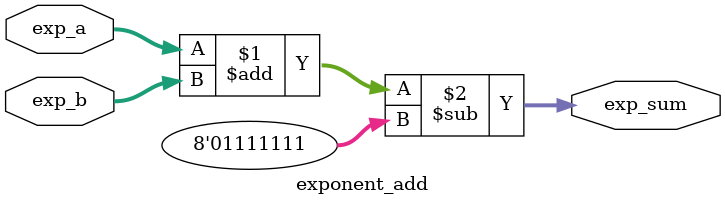
<source format=sv>
module exponent_add #(parameter N = 16)
(
    input  logic [7:0] exp_a,   // Exponent of input a (8 bits for bfloat16)
    input  logic [7:0] exp_b,   // Exponent of input b (8 bits for bfloat16)
    output logic [8:0] exp_sum  // Sum of the exponents minus the bias
);
    
    // Bias for bfloat16 (8-bit exponent, bias = 127)
    localparam BIAS = 8'd127;

    // Add exponents and subtract bias (exp_sum = exp_a + exp_b - BIAS)
    assign exp_sum = exp_a + exp_b - BIAS;

endmodule
</source>
